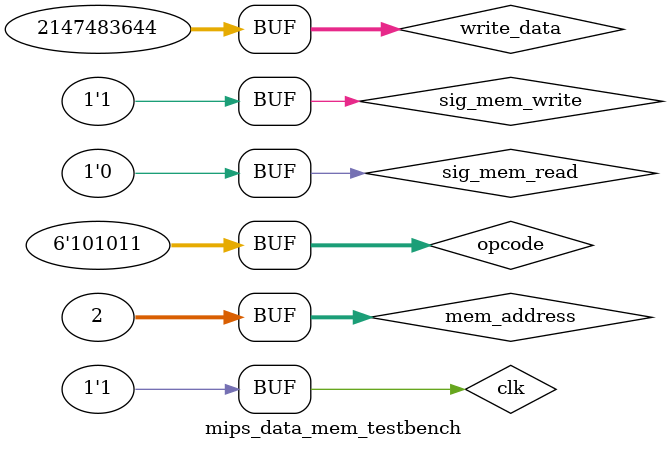
<source format=v>
module mips_data_mem_testbench();

reg [31:0] mem_address;
reg [31:0] write_data;
reg [5:0] opcode;
reg sig_mem_read;
reg sig_mem_write;
reg clk;
wire [31:0] read_data;

mips_data_mem DataTB (read_data, mem_address, write_data,opcode,sig_mem_read,sig_mem_write,clk);

initial begin
mem_address = 32'b00000000000000000000000000000001; write_data = 32'b01111111111111111111111000111100; opcode=6'b100100;  sig_mem_read=1'b1; sig_mem_write=1'b0; clk =1'b0; #10; // lbu
mem_address = 32'b00000000000000000000000000000001; write_data = 32'b01111111111111111111111111111100; opcode=6'b100100;  sig_mem_read=1'b1; sig_mem_write=1'b0; clk =1'b1; #10; // lbu

mem_address = 32'b00000000000000000000000000000001; write_data = 32'b01111111111110000001111111111100; opcode=6'b100101;  sig_mem_read=1'b1; sig_mem_write=1'b0; clk =1'b0; #10; // lhu
mem_address = 32'b00000000000000000000000000000001; write_data = 32'b01111111111111111111111111111100; opcode=6'b100101;  sig_mem_read=1'b1; sig_mem_write=1'b0; clk =1'b1; #10; // lhu

mem_address = 32'b00000000000000000000000000000001; write_data = 32'b01111111111111111110011111111100; opcode=6'b100011;  sig_mem_read=1'b1; sig_mem_write=1'b0; clk =1'b0; #10; // lw
mem_address = 32'b00000000000000000000000000000001; write_data = 32'b01111111111111111111111111111100; opcode=6'b100011;  sig_mem_read=1'b1; sig_mem_write=1'b0; clk =1'b1; #10; // lw


mem_address = 32'b00000000000000000000000000000101; write_data = 32'b01111111111111111111111111111100; opcode=6'b101000;  sig_mem_read=1'b0; sig_mem_write=1'b1; clk =1'b0; #10; // sb
mem_address = 32'b00000000000000000000000000000100; write_data = 32'b01111111111111111111111111111100; opcode=6'b101000;  sig_mem_read=1'b0; sig_mem_write=1'b1; clk =1'b1; #10; // sb

mem_address = 32'b00000000000000000000000000000010; write_data = 32'b01111111111111111111111111111100; opcode=6'b101001;  sig_mem_read=1'b0; sig_mem_write=1'b1; clk =1'b0; #10; // sh
mem_address = 32'b00000000000000000000000000000011; write_data = 32'b01111111111111111111111111111100; opcode=6'b101001;  sig_mem_read=1'b0; sig_mem_write=1'b1; clk =1'b1; #10; // sh

mem_address = 32'b00000000000000000000000000000110; write_data = 32'b01111111111111111111111111111100; opcode=6'b101011;  sig_mem_read=1'b0; sig_mem_write=1'b1; clk =1'b0; #10; // sw
mem_address = 32'b00000000000000000000000000000010; write_data = 32'b01111111111111111111111111111100; opcode=6'b101011;  sig_mem_read=1'b0; sig_mem_write=1'b1; clk =1'b1; #10; // sw


end

initial
begin
$monitor("time = %2d,opcode=%6b,, mem_address=%32b ,write_data=%32b ,read_data=%32b, sig_mem_read=%1b, sig_mem_write=%1b, clk=%1b", $time,opcode,mem_address,write_data,read_data, sig_mem_read,sig_mem_write,clk);
end




endmodule
</source>
